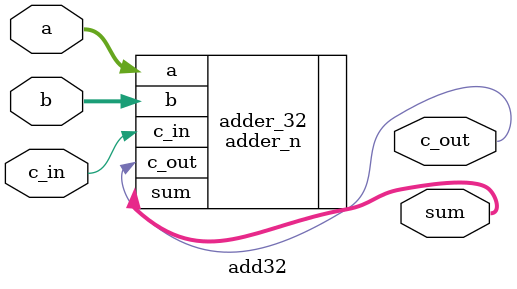
<source format=sv>
module add32(a, b, c_in, sum, c_out);

input wire [31:0] a, b;
input wire c_in;
output logic [31:0] sum;
output logic c_out;

adder_n #(.N(32)) adder_32(.a(a), .b(b), .c_in(c_in), .sum(sum), .c_out(c_out));

endmodule
</source>
